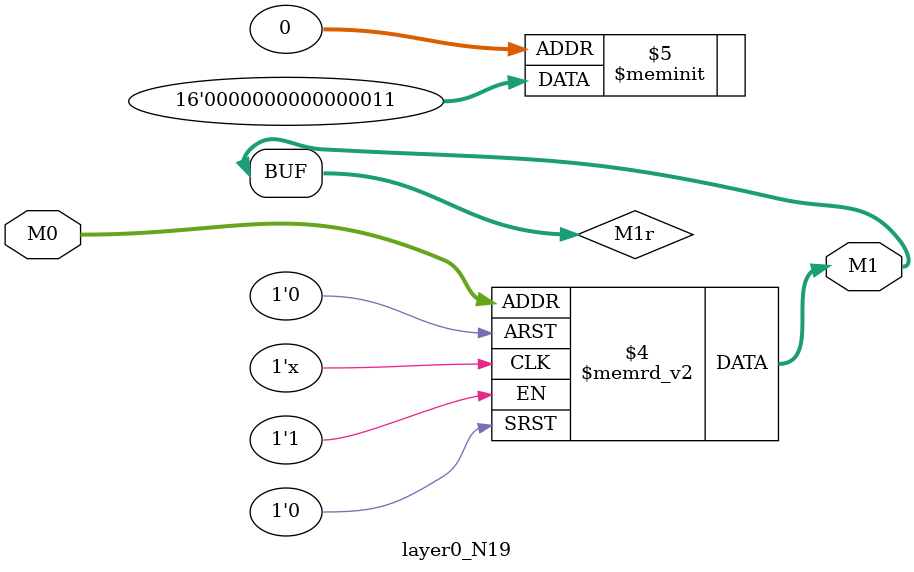
<source format=v>
module layer0_N19 ( input [2:0] M0, output [1:0] M1 );

	(*rom_style = "distributed" *) reg [1:0] M1r;
	assign M1 = M1r;
	always @ (M0) begin
		case (M0)
			3'b000: M1r = 2'b11;
			3'b100: M1r = 2'b00;
			3'b010: M1r = 2'b00;
			3'b110: M1r = 2'b00;
			3'b001: M1r = 2'b00;
			3'b101: M1r = 2'b00;
			3'b011: M1r = 2'b00;
			3'b111: M1r = 2'b00;

		endcase
	end
endmodule

</source>
